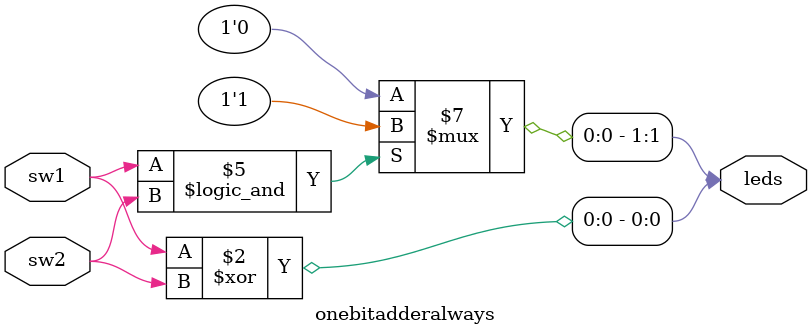
<source format=v>
module onebitadderalways(sw1, sw2, leds);
input wire sw1, sw2;
output reg [1:0] leds;

always @(*)
begin
	leds[0] = sw1 ^ sw2;
	if ((sw1 == 1) && (sw2 == 1))
		leds[1] = 1;
	else
		leds[1] = 0;
end

endmodule
</source>
